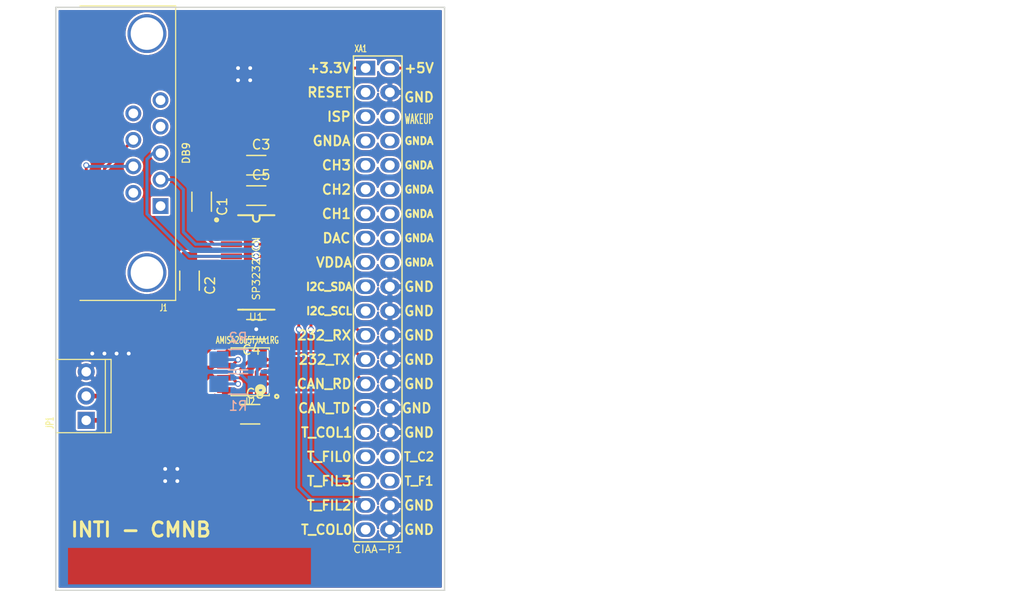
<source format=kicad_pcb>
(kicad_pcb (version 4) (host pcbnew 4.0.0-rc1-stable)
  (layers (0 Top mixed) (31 Bottom mixed) (34 B.Paste user) (35 F.Paste user) (36 B.SilkS user) (37 F.SilkS user) (38 B.Mask user) (39 F.Mask user) (44 Edge.Cuts user))
  (net 0 "")
  (net 1 "Net-(C1-Pad1)")
  (net 2 "Net-(C1-Pad2)")
  (net 3 "Net-(C2-Pad1)")
  (net 4 "Net-(C2-Pad2)")
  (net 5 GND)
  (net 6 "Net-(C3-Pad2)")
  (net 7 "Net-(C4-Pad2)")
  (net 8 +3.3V)
  (net 9 "Net-(J1-Pad1)")
  (net 10 "Net-(J1-Pad2)")
  (net 11 "Net-(J1-Pad3)")
  (net 12 "Net-(J1-Pad4)")
  (net 13 "Net-(J1-Pad5)")
  (net 14 "Net-(J1-Pad6)")
  (net 15 "Net-(J1-Pad7)")
  (net 16 "Net-(J1-Pad8)")
  (net 17 "Net-(J1-Pad9)")
  (net 18 "Net-(R1-Pad2)")
  (net 19 /Conector/RTS)
  (net 20 /Conector/CTS)
  (net 21 /Conector/RXD)
  (net 22 /Conector/TXD)
  (net 23 /Conector/CAN_TX)
  (net 24 /Conector/CAN_RX)
  (net 25 +5V)
  (net 26 "Net-(XA1-Pad11)")
  (net 27 "Net-(XA1-Pad13)")
  (net 28 "Net-(XA1-Pad6)")
  (net 29 "Net-(XA1-Pad15)")
  (net 30 "Net-(XA1-Pad8)")
  (net 31 "Net-(XA1-Pad17)")
  (net 32 "Net-(XA1-Pad10)")
  (net 33 "Net-(XA1-Pad19)")
  (net 34 "Net-(XA1-Pad12)")
  (net 35 "Net-(XA1-Pad21)")
  (net 36 "Net-(XA1-Pad14)")
  (net 37 "Net-(XA1-Pad16)")
  (net 38 "Net-(XA1-Pad18)")
  (net 39 "Net-(XA1-Pad31)")
  (net 40 "Net-(XA1-Pad33)")
  (net 41 "Net-(XA1-Pad34)")
  (net 42 "Net-(XA1-Pad36)")
  (net 43 "Net-(XA1-Pad3)")
  (net 44 "Net-(XA1-Pad5)")
  (net 45 "Net-(XA1-Pad7)")
  (net 46 "Net-(XA1-Pad9)")
  (net 47 "Net-(XA1-Pad39)")
  (net 48 /Conector/CAN_P)
  (net 49 /Conector/CAN_N)
  (module ej2:SP3232ECN-SOIC16N (layer Top) (at 199.39 105.41 270)
    (fp_text reference U1 (at 5.715 0 360) (layer F.SilkS) (effects (font (size 0.762 0.762) (thickness 0.1143))))
    (fp_text value SP3232ECN (at 0.635 0 270) (layer F.SilkS) (effects (font (size 0.762 0.762) (thickness 0.1143))))
    (fp_line (start -4.6 0.35) (end -4.9 0.35) (layer F.SilkS) (width 0.2032))
    (fp_line (start -4.6 -0.35) (end -4.9 -0.35) (layer F.SilkS) (width 0.2032))
    (fp_arc (start -4.6 0) (end -4.6 -0.35) (angle 180) (layer F.SilkS) (width 0.2032))
    (fp_circle (center -4.45 4.15) (end -4.35 4.05) (layer F.SilkS) (width 0.254))
    (fp_line (start -4.93776 1.89992) (end -4.93776 0.35) (layer F.SilkS) (width 0.2032))
    (fp_line (start -4.93776 -0.35) (end -4.93776 -1.89992) (layer F.SilkS) (width 0.2032))
    (fp_line (start 4.93776 -1.89992) (end 4.93776 1.39954) (layer F.SilkS) (width 0.2032))
    (fp_line (start 4.93776 1.39954) (end 4.93776 1.89992) (layer F.SilkS) (width 0.2032))
    (pad 1 smd rect (at -4.445 2.59842 270) (size 0.59944 2.19964) (layers Top F.Paste F.Mask) (net 1 "Net-(C1-Pad1)"))
    (pad 2 smd rect (at -3.175 2.59842 270) (size 0.59944 2.19964) (layers Top F.Paste F.Mask) (net 6 "Net-(C3-Pad2)"))
    (pad 3 smd rect (at -1.905 2.59842 270) (size 0.59944 2.19964) (layers Top F.Paste F.Mask) (net 2 "Net-(C1-Pad2)"))
    (pad 4 smd rect (at -0.635 2.59842 270) (size 0.59944 2.19964) (layers Top F.Paste F.Mask) (net 3 "Net-(C2-Pad1)"))
    (pad 5 smd rect (at 0.635 2.59842 270) (size 0.59944 2.19964) (layers Top F.Paste F.Mask) (net 4 "Net-(C2-Pad2)"))
    (pad 6 smd rect (at 1.905 2.59842 270) (size 0.59944 2.19964) (layers Top F.Paste F.Mask) (net 7 "Net-(C4-Pad2)"))
    (pad 7 smd rect (at 3.175 2.59842 270) (size 0.59944 2.19964) (layers Top F.Paste F.Mask) (net 16 "Net-(J1-Pad8)"))
    (pad 8 smd rect (at 4.445 2.59842 270) (size 0.59944 2.19964) (layers Top F.Paste F.Mask) (net 15 "Net-(J1-Pad7)"))
    (pad 9 smd rect (at 4.445 -2.59842 270) (size 0.59944 2.19964) (layers Top F.Paste F.Mask) (net 19 /Conector/RTS))
    (pad 10 smd rect (at 3.175 -2.59842 270) (size 0.59944 2.19964) (layers Top F.Paste F.Mask) (net 20 /Conector/CTS))
    (pad 11 smd rect (at 1.905 -2.59842 270) (size 0.59944 2.19964) (layers Top F.Paste F.Mask) (net 21 /Conector/RXD))
    (pad 12 smd rect (at 0.635 -2.59842 270) (size 0.59944 2.19964) (layers Top F.Paste F.Mask) (net 22 /Conector/TXD))
    (pad 13 smd rect (at -0.635 -2.59842 270) (size 0.59944 2.19964) (layers Top F.Paste F.Mask) (net 11 "Net-(J1-Pad3)"))
    (pad 14 smd rect (at -1.905 -2.59842 270) (size 0.59944 2.19964) (layers Top F.Paste F.Mask) (net 10 "Net-(J1-Pad2)"))
    (pad 15 smd rect (at -3.175 -2.59842 270) (size 0.59944 2.19964) (layers Top F.Paste F.Mask) (net 5 GND))
    (pad 16 smd rect (at -4.445 -2.59842 270) (size 0.59944 2.19964) (layers Top F.Paste F.Mask) (net 8 +3.3V))
  )
  (module ej2:DB9_F_TH (layer Top) (at 187.96 93.98 90)
    (fp_text reference J1 (at -16.165 1.735 180) (layer F.SilkS) (effects (font (size 0.7112 0.4572) (thickness 0.1143))))
    (fp_text value DB9 (at 0 4.1 90) (layer F.SilkS) (effects (font (size 0.762 0.762) (thickness 0.127))))
    (fp_line (start 15.4 3) (end 15.4 -7) (layer F.SilkS) (width 0.127))
    (fp_line (start -15.4 3) (end -15.4 -7) (layer F.SilkS) (width 0.127))
    (fp_line (start 15.4 3) (end -15.4 3) (layer F.SilkS) (width 0.127))
    (pad 1 thru_hole rect (at -5.5372 1.4224 90) (size 1.651 1.651) (drill 1.016) (layers *.Cu *.Mask) (net 9 "Net-(J1-Pad1)"))
    (pad 2 thru_hole circle (at -2.7686 1.4224 90) (size 1.651 1.651) (drill 1.016) (layers *.Cu *.Mask) (net 10 "Net-(J1-Pad2)"))
    (pad 3 thru_hole circle (at 0 1.4224 90) (size 1.651 1.651) (drill 1.016) (layers *.Cu *.Mask) (net 11 "Net-(J1-Pad3)"))
    (pad 4 thru_hole circle (at 2.7686 1.4224 90) (size 1.651 1.651) (drill 1.016) (layers *.Cu *.Mask) (net 12 "Net-(J1-Pad4)"))
    (pad 5 thru_hole circle (at 5.5372 1.4224 90) (size 1.651 1.651) (drill 1.016) (layers *.Cu *.Mask) (net 13 "Net-(J1-Pad5)"))
    (pad 6 thru_hole circle (at -4.1529 -1.4224 90) (size 1.651 1.651) (drill 1.016) (layers *.Cu *.Mask) (net 14 "Net-(J1-Pad6)"))
    (pad 7 thru_hole circle (at -1.3843 -1.4224 90) (size 1.651 1.651) (drill 1.016) (layers *.Cu *.Mask) (net 15 "Net-(J1-Pad7)"))
    (pad 8 thru_hole circle (at 1.3843 -1.4224 90) (size 1.651 1.651) (drill 1.016) (layers *.Cu *.Mask) (net 16 "Net-(J1-Pad8)"))
    (pad 9 thru_hole circle (at 4.1529 -1.4224 90) (size 1.651 1.651) (drill 1.016) (layers *.Cu *.Mask) (net 17 "Net-(J1-Pad9)"))
    (pad 10 thru_hole circle (at -12.4968 0 90) (size 4.064 4.064) (drill 3.4) (layers *.Cu *.Mask))
    (pad 11 thru_hole circle (at 12.4968 0 90) (size 4.064 4.064) (drill 3.4) (layers *.Cu *.Mask))
  )
  (module ej2:CON_PALETA_3 (layer Top) (at 181.61 119.38 90)
    (fp_text reference JP1 (at -2.8 -3.8 90) (layer F.SilkS) (effects (font (size 0.762 0.4572) (thickness 0.127))))
    (fp_text value CAN)
    (fp_line (start 3.83 -3.2) (end 3.83 2.6) (layer F.SilkS) (width 0.127))
    (fp_line (start -3.83 -3.2) (end 3.83 -3.2) (layer F.SilkS) (width 0.127))
    (fp_line (start -3.83 2.6) (end -3.83 -3.2) (layer F.SilkS) (width 0.127))
    (fp_line (start 3.83 2.6) (end -3.83 2.6) (layer F.SilkS) (width 0.127))
    (fp_line (start 3.83 2) (end -3.83 2) (layer F.SilkS) (width 0.127))
    (pad 1 thru_hole rect (at -2.54 0 90) (size 1.778 1.778) (drill 1) (layers *.Cu *.Mask) (net 48 /Conector/CAN_P))
    (pad 2 thru_hole circle (at 0 0 90) (size 1.778 1.778) (drill 1) (layers *.Cu *.Mask) (net 49 /Conector/CAN_N))
    (pad 3 thru_hole circle (at 2.54 0 90) (size 1.778 1.778) (drill 1) (layers *.Cu *.Mask) (net 5 GND))
  )
  (module ej2:R_1206_HandSoldering (layer Bottom) (at 197.485 118.11)
    (fp_text reference R1 (at 0 2.3) (layer B.SilkS) (effects (justify mirror)))
    (fp_text value 60)
    (fp_line (start 1 -1.075) (end -1 -1.075) (layer B.SilkS) (width 0.15))
    (fp_line (start -1 1.075) (end 1 1.075) (layer B.SilkS) (width 0.15))
    (pad 1 smd rect (at -2 0) (size 2 1.7) (layers Bottom B.Paste B.Mask) (net 48 /Conector/CAN_P))
    (pad 2 smd rect (at 2 0) (size 2 1.7) (layers Bottom B.Paste B.Mask) (net 18 "Net-(R1-Pad2)"))
  )
  (module ej2:R_1206_HandSoldering (layer Bottom) (at 197.485 115.57 180)
    (fp_text reference R2 (at 0 2.3 180) (layer B.SilkS) (effects (justify mirror)))
    (fp_text value 60)
    (fp_line (start 1 -1.075) (end -1 -1.075) (layer B.SilkS) (width 0.15))
    (fp_line (start -1 1.075) (end 1 1.075) (layer B.SilkS) (width 0.15))
    (pad 1 smd rect (at -2 0 180) (size 2 1.7) (layers Bottom B.Paste B.Mask) (net 18 "Net-(R1-Pad2)"))
    (pad 2 smd rect (at 2 0 180) (size 2 1.7) (layers Bottom B.Paste B.Mask) (net 49 /Conector/CAN_N))
  )
  (module ej2:SOIC-8 (layer Top) (at 198.755 116.84 180)
    (fp_text reference U2 (at 0 -3.1 180) (layer F.SilkS) (effects (font (size 0.7112 0.4572) (thickness 0.1143))))
    (fp_text value AMIS42665TJAA1RG (at 0.3 3.3 180) (layer F.SilkS) (effects (font (size 0.7112 0.4572) (thickness 0.1143))))
    (fp_line (start -2 -2.5) (end -2 -2.3) (layer F.SilkS) (width 0.127))
    (fp_line (start -2 2.5) (end -2 2.3) (layer F.SilkS) (width 0.127))
    (fp_line (start 2 2.5) (end 2 2.3) (layer F.SilkS) (width 0.127))
    (fp_line (start 2 -2.5) (end 2 -2.3) (layer F.SilkS) (width 0.127))
    (fp_circle (center -2.7746 -2.5764) (end -2.8 -2.5) (layer F.SilkS) (width 0.2032))
    (fp_line (start 2 -2.5) (end -2 -2.5) (layer F.SilkS) (width 0.127))
    (fp_line (start -2 2.5) (end 2 2.5) (layer F.SilkS) (width 0.127))
    (fp_circle (center -1.0746 -1.8764) (end -1.1 -1.7) (layer F.SilkS) (width 0.4))
    (pad 1 smd rect (at -2.7 -1.905 90) (size 0.6 1.52) (layers Top F.Paste F.Mask) (net 23 /Conector/CAN_TX))
    (pad 2 smd rect (at -2.7 -0.635 90) (size 0.6 1.52) (layers Top F.Paste F.Mask) (net 5 GND))
    (pad 3 smd rect (at -2.7 0.635 90) (size 0.6 1.52) (layers Top F.Paste F.Mask) (net 25 +5V))
    (pad 4 smd rect (at -2.7 1.905 90) (size 0.6 1.52) (layers Top F.Paste F.Mask) (net 24 /Conector/CAN_RX))
    (pad 5 smd rect (at 2.7 1.905 90) (size 0.6 1.52) (layers Top F.Paste F.Mask) (net 18 "Net-(R1-Pad2)"))
    (pad 6 smd rect (at 2.7 0.635 90) (size 0.6 1.52) (layers Top F.Paste F.Mask) (net 49 /Conector/CAN_N))
    (pad 7 smd rect (at 2.7 -0.635 90) (size 0.6 1.52) (layers Top F.Paste F.Mask) (net 48 /Conector/CAN_P))
    (pad 8 smd rect (at 2.7 -1.905 90) (size 0.6 1.52) (layers Top F.Paste F.Mask) (net 5 GND))
  )
  (module ej2:Conn_Poncho_Derecha (layer Top) (at 210.82 85.09)
    (fp_text reference XA1 (at -0.508 -2.032) (layer F.SilkS) (effects (font (size 0.7112 0.4572) (thickness 0.1143))))
    (fp_text value Conn_Poncho2P_2x_20x2 hide)
    (fp_text user GND (at 5.588 48.26) (layer F.SilkS) (effects (font (thickness 0.2))))
    (fp_text user GND (at 5.588 45.72) (layer F.SilkS) (effects (font (thickness 0.2))))
    (fp_text user T_F1 (at 5.588 43.18) (layer F.SilkS) (effects (font (size 0.9 0.9) (thickness 0.18))))
    (fp_text user T_C2 (at 5.588 40.64) (layer F.SilkS) (effects (font (size 0.9 0.9) (thickness 0.18))))
    (fp_text user GND (at 5.588 38.1) (layer F.SilkS) (effects (font (thickness 0.2))))
    (fp_text user GND (at 5.334 35.56) (layer F.SilkS) (effects (font (thickness 0.2))))
    (fp_text user GND (at 5.588 33.02) (layer F.SilkS) (effects (font (thickness 0.2))))
    (fp_text user GND (at 5.588 30.48) (layer F.SilkS) (effects (font (thickness 0.2))))
    (fp_text user GND (at 5.588 27.94) (layer F.SilkS) (effects (font (thickness 0.2))))
    (fp_text user GND (at 5.588 25.4) (layer F.SilkS) (effects (font (thickness 0.2))))
    (fp_text user GND (at 5.588 22.86) (layer F.SilkS) (effects (font (thickness 0.2))))
    (fp_text user GNDA (at 5.588 20.32) (layer F.SilkS) (effects (font (size 0.76 0.76) (thickness 0.19))))
    (fp_text user GNDA (at 5.588 17.78) (layer F.SilkS) (effects (font (size 0.76 0.76) (thickness 0.19))))
    (fp_text user GNDA (at 5.588 15.24) (layer F.SilkS) (effects (font (size 0.76 0.76) (thickness 0.19))))
    (fp_text user GNDA (at 5.588 12.7) (layer F.SilkS) (effects (font (size 0.76 0.76) (thickness 0.19))))
    (fp_text user GNDA (at 5.588 10.16) (layer F.SilkS) (effects (font (size 0.76 0.76) (thickness 0.19))))
    (fp_text user GNDA (at 5.588 7.62) (layer F.SilkS) (effects (font (size 0.76 0.76) (thickness 0.19))))
    (fp_text user WAKEUP (at 5.588 5.334) (layer F.SilkS) (effects (font (size 1 0.5) (thickness 0.125))))
    (fp_text user GND (at 5.588 3.048) (layer F.SilkS) (effects (font (thickness 0.2))))
    (fp_text user +5V (at 5.588 0) (layer F.SilkS) (effects (font (thickness 0.2))))
    (fp_text user T_COL0 (at -4.064 48.26) (layer F.SilkS) (effects (font (thickness 0.2))))
    (fp_text user T_FIL2 (at -3.81 45.72) (layer F.SilkS) (effects (font (thickness 0.2))))
    (fp_text user T_FIL3 (at -3.81 43.18) (layer F.SilkS) (effects (font (thickness 0.2))))
    (fp_text user T_FIL0 (at -3.81 40.64) (layer F.SilkS) (effects (font (thickness 0.2))))
    (fp_text user T_COL1 (at -4.064 38.1) (layer F.SilkS) (effects (font (thickness 0.2))))
    (fp_text user CAN_TD (at -4.318 35.56) (layer F.SilkS) (effects (font (thickness 0.2))))
    (fp_text user CAN_RD (at -4.318 33.02) (layer F.SilkS) (effects (font (thickness 0.2))))
    (fp_text user 232_TX (at -4.318 30.48) (layer F.SilkS) (effects (font (thickness 0.2))))
    (fp_text user 232_RX (at -4.318 27.94) (layer F.SilkS) (effects (font (thickness 0.2))))
    (fp_text user I2C_SCL (at -3.81 25.4) (layer F.SilkS) (effects (font (size 0.8 0.8) (thickness 0.2))))
    (fp_text user I2C_SDA (at -3.81 22.86) (layer F.SilkS) (effects (font (size 0.8 0.8) (thickness 0.2))))
    (fp_text user VDDA (at -3.302 20.32) (layer F.SilkS) (effects (font (thickness 0.2))))
    (fp_text user DAC (at -3.048 17.78) (layer F.SilkS) (effects (font (thickness 0.2))))
    (fp_text user CH1 (at -3.048 15.24) (layer F.SilkS) (effects (font (thickness 0.2))))
    (fp_text user CH2 (at -3.048 12.7) (layer F.SilkS) (effects (font (thickness 0.2))))
    (fp_text user CH3 (at -3.048 10.16) (layer F.SilkS) (effects (font (thickness 0.2))))
    (fp_text user GNDA (at -3.556 7.62) (layer F.SilkS) (effects (font (thickness 0.2))))
    (fp_text user ISP (at -2.794 5.08) (layer F.SilkS) (effects (font (thickness 0.2))))
    (fp_text user RESET (at -3.81 2.54) (layer F.SilkS) (effects (font (thickness 0.2))))
    (fp_text user CIAA-P1 (at 1.27 50.292) (layer F.SilkS) (effects (font (size 0.8 0.8) (thickness 0.12))))
    (fp_text user +3.3V (at -3.81 0) (layer F.SilkS) (effects (font (thickness 0.2))))
    (fp_line (start -1.27 49.53) (end -1.27 -1.27) (layer F.SilkS) (width 0.15))
    (fp_line (start 3.81 49.53) (end 3.81 -1.27) (layer F.SilkS) (width 0.15))
    (fp_line (start 3.81 49.53) (end -1.27 49.53) (layer F.SilkS) (width 0.15))
    (fp_line (start 3.81 -1.27) (end -1.27 -1.27) (layer F.SilkS) (width 0.15))
    (pad 1 thru_hole rect (at 0 0 270) (size 1.524 2) (drill 1.016) (layers *.Cu *.Mask) (net 8 +3.3V))
    (pad 2 thru_hole oval (at 2.54 0 270) (size 1.524 2) (drill 1.016) (layers *.Cu *.Mask) (net 25 +5V))
    (pad 11 thru_hole oval (at 0 12.7 270) (size 1.524 2) (drill 1.016) (layers *.Cu *.Mask) (net 26 "Net-(XA1-Pad11)"))
    (pad 4 thru_hole oval (at 2.54 2.54 270) (size 1.524 2) (drill 1.016) (layers *.Cu *.Mask) (net 5 GND))
    (pad 13 thru_hole oval (at 0 15.24 270) (size 1.524 2) (drill 1.016) (layers *.Cu *.Mask) (net 27 "Net-(XA1-Pad13)"))
    (pad 6 thru_hole oval (at 2.54 5.08 270) (size 1.524 2) (drill 1.016) (layers *.Cu *.Mask) (net 28 "Net-(XA1-Pad6)"))
    (pad 15 thru_hole oval (at 0 17.78 270) (size 1.524 2) (drill 1.016) (layers *.Cu *.Mask) (net 29 "Net-(XA1-Pad15)"))
    (pad 8 thru_hole oval (at 2.54 7.62 270) (size 1.524 2) (drill 1.016) (layers *.Cu *.Mask) (net 30 "Net-(XA1-Pad8)"))
    (pad 17 thru_hole oval (at 0 20.32 270) (size 1.524 2) (drill 1.016) (layers *.Cu *.Mask) (net 31 "Net-(XA1-Pad17)"))
    (pad 10 thru_hole oval (at 2.54 10.16 270) (size 1.524 2) (drill 1.016) (layers *.Cu *.Mask) (net 32 "Net-(XA1-Pad10)"))
    (pad 19 thru_hole oval (at 0 22.86 270) (size 1.524 2) (drill 1.016) (layers *.Cu *.Mask) (net 33 "Net-(XA1-Pad19)"))
    (pad 12 thru_hole oval (at 2.54 12.7 270) (size 1.524 2) (drill 1.016) (layers *.Cu *.Mask) (net 34 "Net-(XA1-Pad12)"))
    (pad 21 thru_hole oval (at 0 25.4 270) (size 1.524 2) (drill 1.016) (layers *.Cu *.Mask) (net 35 "Net-(XA1-Pad21)"))
    (pad 14 thru_hole oval (at 2.54 15.24 270) (size 1.524 2) (drill 1.016) (layers *.Cu *.Mask) (net 36 "Net-(XA1-Pad14)"))
    (pad 23 thru_hole oval (at 0 27.94 270) (size 1.524 2) (drill 1.016) (layers *.Cu *.Mask) (net 22 /Conector/TXD))
    (pad 16 thru_hole oval (at 2.54 17.78 270) (size 1.524 2) (drill 1.016) (layers *.Cu *.Mask) (net 37 "Net-(XA1-Pad16)"))
    (pad 25 thru_hole oval (at 0 30.48 270) (size 1.524 2) (drill 1.016) (layers *.Cu *.Mask) (net 21 /Conector/RXD))
    (pad 18 thru_hole oval (at 2.54 20.32 270) (size 1.524 2) (drill 1.016) (layers *.Cu *.Mask) (net 38 "Net-(XA1-Pad18)"))
    (pad 27 thru_hole oval (at 0 33.02 270) (size 1.524 2) (drill 1.016) (layers *.Cu *.Mask) (net 24 /Conector/CAN_RX))
    (pad 20 thru_hole oval (at 2.54 22.86 270) (size 1.524 2) (drill 1.016) (layers *.Cu *.Mask) (net 5 GND))
    (pad 29 thru_hole oval (at 0 35.56 270) (size 1.524 2) (drill 1.016) (layers *.Cu *.Mask) (net 23 /Conector/CAN_TX))
    (pad 22 thru_hole oval (at 2.54 25.4 270) (size 1.524 2) (drill 1.016) (layers *.Cu *.Mask) (net 5 GND))
    (pad 31 thru_hole oval (at 0 38.1 270) (size 1.524 2) (drill 1.016) (layers *.Cu *.Mask) (net 39 "Net-(XA1-Pad31)"))
    (pad 24 thru_hole oval (at 2.54 27.94 270) (size 1.524 2) (drill 1.016) (layers *.Cu *.Mask) (net 5 GND))
    (pad 26 thru_hole oval (at 2.54 30.48 270) (size 1.524 2) (drill 1.016) (layers *.Cu *.Mask) (net 5 GND))
    (pad 33 thru_hole oval (at 0 40.64 270) (size 1.524 2) (drill 1.016) (layers *.Cu *.Mask) (net 40 "Net-(XA1-Pad33)"))
    (pad 28 thru_hole oval (at 2.54 33.02 270) (size 1.524 2) (drill 1.016) (layers *.Cu *.Mask) (net 5 GND))
    (pad 32 thru_hole oval (at 2.54 38.1 270) (size 1.524 2) (drill 1.016) (layers *.Cu *.Mask) (net 5 GND))
    (pad 34 thru_hole oval (at 2.54 40.64 270) (size 1.524 2) (drill 1.016) (layers *.Cu *.Mask) (net 41 "Net-(XA1-Pad34)"))
    (pad 36 thru_hole oval (at 2.54 43.18 270) (size 1.524 2) (drill 1.016) (layers *.Cu *.Mask) (net 42 "Net-(XA1-Pad36)"))
    (pad 38 thru_hole oval (at 2.54 45.72 270) (size 1.524 2) (drill 1.016) (layers *.Cu *.Mask) (net 5 GND))
    (pad 35 thru_hole oval (at 0 43.18 270) (size 1.524 2) (drill 1.016) (layers *.Cu *.Mask) (net 20 /Conector/CTS))
    (pad 37 thru_hole oval (at 0 45.72 270) (size 1.524 2) (drill 1.016) (layers *.Cu *.Mask) (net 19 /Conector/RTS))
    (pad 3 thru_hole oval (at 0 2.54 270) (size 1.524 2) (drill 1.016) (layers *.Cu *.Mask) (net 43 "Net-(XA1-Pad3)"))
    (pad 5 thru_hole oval (at 0 5.08 270) (size 1.524 2) (drill 1.016) (layers *.Cu *.Mask) (net 44 "Net-(XA1-Pad5)"))
    (pad 7 thru_hole oval (at 0 7.62 270) (size 1.524 2) (drill 1.016) (layers *.Cu *.Mask) (net 45 "Net-(XA1-Pad7)"))
    (pad 9 thru_hole oval (at 0 10.16 270) (size 1.524 2) (drill 1.016) (layers *.Cu *.Mask) (net 46 "Net-(XA1-Pad9)"))
    (pad 39 thru_hole oval (at 0 48.26 270) (size 1.524 2) (drill 1.016) (layers *.Cu *.Mask) (net 47 "Net-(XA1-Pad39)"))
    (pad 40 thru_hole oval (at 2.54 48.26 270) (size 1.524 2) (drill 1.016) (layers *.Cu *.Mask) (net 5 GND))
    (pad 30 thru_hole oval (at 2.54 35.56 270) (size 1.524 2) (drill 1.016) (layers *.Cu *.Mask) (net 5 GND))
  )
  (module ej2:C_1206_Handsoldering (layer Top) (at 193.675 99.06 270)
    (fp_text reference C1 (at 0.508 -2.159 270) (layer F.SilkS))
    (fp_text value 100nF)
    (fp_line (start -1 1.015) (end 1 1.015) (layer F.SilkS) (width 0.15))
    (fp_line (start 1 -1.025) (end -1 -1.025) (layer F.SilkS) (width 0.15))
    (pad 1 smd rect (at -2 0 270) (size 2 1.6) (layers Top F.Paste F.Mask) (net 1 "Net-(C1-Pad1)"))
    (pad 2 smd rect (at 2 0 270) (size 2 1.6) (layers Top F.Paste F.Mask) (net 2 "Net-(C1-Pad2)"))
  )
  (module ej2:C_1206_Handsoldering (layer Top) (at 192.405 107.315 270)
    (fp_text reference C2 (at 0.508 -2.159 270) (layer F.SilkS))
    (fp_text value 100nF)
    (fp_line (start -1 1.015) (end 1 1.015) (layer F.SilkS) (width 0.15))
    (fp_line (start 1 -1.025) (end -1 -1.025) (layer F.SilkS) (width 0.15))
    (pad 1 smd rect (at -2 0 270) (size 2 1.6) (layers Top F.Paste F.Mask) (net 3 "Net-(C2-Pad1)"))
    (pad 2 smd rect (at 2 0 270) (size 2 1.6) (layers Top F.Paste F.Mask) (net 4 "Net-(C2-Pad2)"))
  )
  (module ej2:C_1206_Handsoldering (layer Top) (at 199.39 95.25)
    (fp_text reference C3 (at 0.508 -2.159) (layer F.SilkS))
    (fp_text value 100nF)
    (fp_line (start -1 1.015) (end 1 1.015) (layer F.SilkS) (width 0.15))
    (fp_line (start 1 -1.025) (end -1 -1.025) (layer F.SilkS) (width 0.15))
    (pad 1 smd rect (at -2 0) (size 2 1.6) (layers Top F.Paste F.Mask) (net 5 GND))
    (pad 2 smd rect (at 2 0) (size 2 1.6) (layers Top F.Paste F.Mask) (net 6 "Net-(C3-Pad2)"))
  )
  (module ej2:C_1206_Handsoldering (layer Top) (at 199.39 112.395 180)
    (fp_text reference C4 (at 0.508 -2.159 180) (layer F.SilkS))
    (fp_text value 100nF)
    (fp_line (start -1 1.015) (end 1 1.015) (layer F.SilkS) (width 0.15))
    (fp_line (start 1 -1.025) (end -1 -1.025) (layer F.SilkS) (width 0.15))
    (pad 1 smd rect (at -2 0 180) (size 2 1.6) (layers Top F.Paste F.Mask) (net 5 GND))
    (pad 2 smd rect (at 2 0 180) (size 2 1.6) (layers Top F.Paste F.Mask) (net 7 "Net-(C4-Pad2)"))
  )
  (module ej2:C_1206_Handsoldering (layer Top) (at 199.39 98.425)
    (fp_text reference C5 (at 0.508 -2.159) (layer F.SilkS))
    (fp_text value 100nF)
    (fp_line (start -1 1.015) (end 1 1.015) (layer F.SilkS) (width 0.15))
    (fp_line (start 1 -1.025) (end -1 -1.025) (layer F.SilkS) (width 0.15))
    (pad 1 smd rect (at -2 0) (size 2 1.6) (layers Top F.Paste F.Mask) (net 5 GND))
    (pad 2 smd rect (at 2 0) (size 2 1.6) (layers Top F.Paste F.Mask) (net 8 +3.3V))
  )
  (module ej2:C_1206_Handsoldering (layer Top) (at 198.755 121.285)
    (fp_text reference C6 (at 0.508 -2.159) (layer F.SilkS))
    (fp_text value "100 nF")
    (fp_line (start -1 1.015) (end 1 1.015) (layer F.SilkS) (width 0.15))
    (fp_line (start 1 -1.025) (end -1 -1.025) (layer F.SilkS) (width 0.15))
    (pad 1 smd rect (at -2 0) (size 2 1.6) (layers Top F.Paste F.Mask) (net 5 GND))
    (pad 2 smd rect (at 2 0) (size 2 1.6) (layers Top F.Paste F.Mask) (net 25 +5V))
  )
  (gr_text "INTI - CMNB" (at 187.325 133.35) (layer F.SilkS) (effects (font (size 1.5 1.5) (thickness 0.3))))
  (gr_line (start 219.075 139.7) (end 219.075 78.74) (angle 90) (layer Edge.Cuts) (width 0.15))
  (gr_line (start 178.435 139.7) (end 219.075 139.7) (angle 90) (layer Edge.Cuts) (width 0.15))
  (gr_line (start 178.435 78.74) (end 178.435 139.7) (angle 90) (layer Edge.Cuts) (width 0.15))
  (gr_line (start 219.075 78.74) (end 178.435 78.74) (angle 90) (layer Edge.Cuts) (width 0.15))
  (segment (start 196.79158 100.965) (end 196.79158 100.90658) (width 0.3048) (layer Top) (net 1))
  (segment (start 196.79158 100.90658) (end 193.675 97.79) (width 0.3048) (layer Top) (net 1))
  (segment (start 193.675 97.79) (end 193.675 97.06) (width 0.3048) (layer Top) (net 1))
  (segment (start 196.79158 103.505) (end 194.945 103.505) (width 0.3048) (layer Top) (net 2))
  (segment (start 193.675 102.235) (end 193.675 101.06) (width 0.3048) (layer Top) (net 2))
  (segment (start 194.945 103.505) (end 193.675 102.235) (width 0.3048) (layer Top) (net 2))
  (segment (start 196.79158 104.775) (end 192.945 104.775) (width 0.3048) (layer Top) (net 3))
  (segment (start 192.945 104.775) (end 192.405 105.315) (width 0.3048) (layer Top) (net 3))
  (segment (start 196.79158 106.045) (end 194.945 106.045) (width 0.3048) (layer Top) (net 4))
  (segment (start 194.945 106.045) (end 192.405 108.585) (width 0.3048) (layer Top) (net 4))
  (segment (start 192.405 108.585) (end 192.405 109.315) (width 0.3048) (layer Top) (net 4))
  (segment (start 199.39 112.395) (end 196.215 112.395) (width 0.3048) (layer Bottom) (net 5))
  (via (at 199.39 112.395) (size 0.6) (drill 0.4) (layers Top Bottom) (net 5))
  (segment (start 201.39 112.395) (end 199.39 112.395) (width 0.3048) (layer Top) (net 5))
  (via (at 182.245 114.935) (size 0.6) (drill 0.4) (layers Top Bottom) (net 5))
  (segment (start 183.515 114.935) (end 182.245 114.935) (width 0.3048) (layer Top) (net 5))
  (via (at 183.515 114.935) (size 0.6) (drill 0.4) (layers Top Bottom) (net 5))
  (segment (start 184.785 114.935) (end 183.515 114.935) (width 0.3048) (layer Bottom) (net 5))
  (via (at 184.785 114.935) (size 0.6) (drill 0.4) (layers Top Bottom) (net 5))
  (segment (start 186.055 114.935) (end 184.785 114.935) (width 0.3048) (layer Top) (net 5))
  (via (at 186.055 114.935) (size 0.6) (drill 0.4) (layers Top Bottom) (net 5))
  (segment (start 193.675 114.935) (end 186.055 114.935) (width 0.3048) (layer Bottom) (net 5))
  (segment (start 196.215 112.395) (end 193.675 114.935) (width 0.3048) (layer Bottom) (net 5))
  (segment (start 196.755 121.285) (end 196.755 121.38) (width 0.3048) (layer Top) (net 5))
  (segment (start 196.755 121.38) (end 191.135 127) (width 0.3048) (layer Top) (net 5))
  (via (at 191.135 127) (size 0.6) (drill 0.4) (layers Top Bottom) (net 5))
  (segment (start 191.135 127) (end 189.865 127) (width 0.3048) (layer Bottom) (net 5))
  (segment (start 189.865 127) (end 191.135 127) (width 0.3048) (layer Bottom) (net 5))
  (segment (start 191.135 127) (end 189.865 127) (width 0.3048) (layer Bottom) (net 5))
  (via (at 189.865 127) (size 0.6) (drill 0.4) (layers Top Bottom) (net 5))
  (segment (start 189.865 127) (end 189.865 128.27) (width 0.3048) (layer Top) (net 5))
  (via (at 189.865 128.27) (size 0.6) (drill 0.4) (layers Top Bottom) (net 5))
  (segment (start 189.865 128.27) (end 191.135 128.27) (width 0.3048) (layer Bottom) (net 5))
  (via (at 191.135 128.27) (size 0.6) (drill 0.4) (layers Top Bottom) (net 5))
  (segment (start 197.485 85.09) (end 198.755 85.09) (width 0.3048) (layer Top) (net 5))
  (segment (start 198.755 86.36) (end 198.755 85.09) (width 0.3048) (layer Top) (net 5))
  (via (at 198.755 85.09) (size 0.6) (drill 0.4) (layers Top Bottom) (net 5))
  (segment (start 197.39 86.455) (end 197.39 95.25) (width 0.3048) (layer Top) (net 5))
  (segment (start 197.485 86.36) (end 198.755 86.36) (width 0.3048) (layer Bottom) (net 5))
  (via (at 197.485 86.36) (size 0.6) (drill 0.4) (layers Top Bottom) (net 5))
  (segment (start 197.39 86.455) (end 197.485 86.36) (width 0.3048) (layer Top) (net 5))
  (via (at 198.755 86.36) (size 0.6) (drill 0.4) (layers Top Bottom) (net 5))
  (via (at 197.485 85.09) (size 0.6) (drill 0.4) (layers Top Bottom) (net 5))
  (segment (start 195.58 96.52) (end 195.58 95.25) (width 0.3048) (layer Top) (net 5))
  (segment (start 195.58 95.25) (end 197.39 95.25) (width 0.3048) (layer Top) (net 5))
  (segment (start 195.58 96.52) (end 195.58 97.79) (width 0.3048) (layer Top) (net 5))
  (segment (start 196.215 98.425) (end 197.39 98.425) (width 0.3048) (layer Top) (net 5))
  (segment (start 195.58 97.79) (end 196.215 98.425) (width 0.3048) (layer Top) (net 5))
  (segment (start 196.755 121.285) (end 196.755 119.445) (width 0.3048) (layer Top) (net 5))
  (segment (start 196.755 119.445) (end 196.055 118.745) (width 0.3048) (layer Top) (net 5))
  (segment (start 196.79158 102.235) (end 198.755 102.235) (width 0.3048) (layer Top) (net 6))
  (segment (start 199.39 96.52) (end 200.66 95.25) (width 0.3048) (layer Top) (net 6))
  (segment (start 199.39 101.6) (end 199.39 96.52) (width 0.3048) (layer Top) (net 6))
  (segment (start 198.755 102.235) (end 199.39 101.6) (width 0.3048) (layer Top) (net 6))
  (segment (start 200.66 95.25) (end 201.39 95.25) (width 0.3048) (layer Top) (net 6))
  (segment (start 196.79158 107.315) (end 198.12 107.315) (width 0.3048) (layer Top) (net 7))
  (segment (start 198.755 111.03) (end 197.39 112.395) (width 0.3048) (layer Top) (net 7))
  (segment (start 198.755 107.95) (end 198.755 111.03) (width 0.3048) (layer Top) (net 7))
  (segment (start 198.12 107.315) (end 198.755 107.95) (width 0.3048) (layer Top) (net 7))
  (segment (start 201.98842 100.965) (end 203.835 100.965) (width 0.3048) (layer Top) (net 8))
  (segment (start 203.835 100.965) (end 203.835 98.425) (width 0.3048) (layer Top) (net 8))
  (segment (start 210.82 85.09) (end 207.645 85.09) (width 0.3048) (layer Top) (net 8))
  (segment (start 203.835 98.425) (end 201.39 98.425) (width 0.3048) (layer Top) (net 8))
  (segment (start 206.375 95.885) (end 203.835 98.425) (width 0.3048) (layer Top) (net 8))
  (segment (start 206.375 86.36) (end 206.375 95.885) (width 0.3048) (layer Top) (net 8))
  (segment (start 207.645 85.09) (end 206.375 86.36) (width 0.3048) (layer Top) (net 8))
  (segment (start 189.3824 96.7486) (end 190.7286 96.7486) (width 0.3048) (layer Bottom) (net 10))
  (segment (start 199.39 103.505) (end 201.98842 103.505) (width 0.3048) (layer Top) (net 10))
  (via (at 199.39 103.505) (size 0.6) (drill 0.4) (layers Top Bottom) (net 10))
  (segment (start 193.04 103.505) (end 199.39 103.505) (width 0.3048) (layer Bottom) (net 10))
  (segment (start 191.77 102.235) (end 193.04 103.505) (width 0.3048) (layer Bottom) (net 10))
  (segment (start 191.77 97.79) (end 191.77 102.235) (width 0.3048) (layer Bottom) (net 10))
  (segment (start 190.7286 96.7486) (end 191.77 97.79) (width 0.3048) (layer Bottom) (net 10))
  (segment (start 189.3824 93.98) (end 188.595 93.98) (width 0.3048) (layer Bottom) (net 11))
  (segment (start 188.595 93.98) (end 187.96 94.615) (width 0.3048) (layer Bottom) (net 11))
  (segment (start 187.96 94.615) (end 187.96 100.33) (width 0.3048) (layer Bottom) (net 11))
  (segment (start 187.96 100.33) (end 192.405 104.775) (width 0.3048) (layer Bottom) (net 11))
  (segment (start 192.405 104.775) (end 199.39 104.775) (width 0.3048) (layer Bottom) (net 11))
  (via (at 199.39 104.775) (size 0.6) (drill 0.4) (layers Top Bottom) (net 11))
  (segment (start 199.39 104.775) (end 201.98842 104.775) (width 0.3048) (layer Top) (net 11))
  (segment (start 181.61 106.68) (end 181.61 95.25) (width 0.3048) (layer Top) (net 15))
  (segment (start 187.325 112.395) (end 181.61 106.68) (width 0.3048) (layer Top) (net 15))
  (segment (start 193.45148 112.395) (end 187.325 112.395) (width 0.3048) (layer Top) (net 15))
  (segment (start 196.79158 109.855) (end 195.99148 109.855) (width 0.3048) (layer Top) (net 15))
  (segment (start 195.99148 109.855) (end 193.45148 112.395) (width 0.3048) (layer Top) (net 15))
  (segment (start 196.79158 109.855) (end 196.215 109.855) (width 0.3048) (layer Top) (net 15))
  (via (at 181.61 95.25) (size 0.6) (drill 0.4) (layers Top Bottom) (net 15))
  (segment (start 181.61 95.25) (end 181.7243 95.3643) (width 0.3048) (layer Bottom) (net 15))
  (segment (start 181.7243 95.3643) (end 186.5376 95.3643) (width 0.3048) (layer Bottom) (net 15))
  (segment (start 185.712101 93.421199) (end 186.5376 92.5957) (width 0.3048) (layer Top) (net 16))
  (segment (start 183.515 95.6183) (end 185.712101 93.421199) (width 0.3048) (layer Top) (net 16))
  (segment (start 183.515 107.87109) (end 183.515 95.6183) (width 0.3048) (layer Top) (net 16))
  (segment (start 187.534099 111.890189) (end 183.515 107.87109) (width 0.3048) (layer Top) (net 16))
  (segment (start 192.686291 111.890189) (end 187.534099 111.890189) (width 0.3048) (layer Top) (net 16))
  (segment (start 195.99148 108.585) (end 192.686291 111.890189) (width 0.3048) (layer Top) (net 16))
  (segment (start 196.79158 108.585) (end 195.99148 108.585) (width 0.3048) (layer Top) (net 16))
  (segment (start 199.485 115.57) (end 199.485 118.11) (width 0.3048) (layer Bottom) (net 18))
  (segment (start 199.485 118.11) (end 198.755 118.11) (width 0.3048) (layer Bottom) (net 18))
  (segment (start 198.755 118.11) (end 197.485 116.84) (width 0.3048) (layer Bottom) (net 18))
  (via (at 197.485 116.84) (size 0.6) (drill 0.4) (layers Top Bottom) (net 18))
  (segment (start 197.485 116.84) (end 198.755 115.57) (width 0.3048) (layer Top) (net 18))
  (segment (start 198.755 115.57) (end 198.755 114.3) (width 0.3048) (layer Top) (net 18))
  (segment (start 198.755 114.3) (end 198.12 113.665) (width 0.3048) (layer Top) (net 18))
  (segment (start 198.12 113.665) (end 197.325 113.665) (width 0.3048) (layer Top) (net 18))
  (segment (start 197.325 113.665) (end 196.055 114.935) (width 0.3048) (layer Top) (net 18))
  (segment (start 201.98842 109.855) (end 203.2 109.855) (width 0.3048) (layer Top) (net 19))
  (segment (start 205.105 130.175) (end 210.185 130.175) (width 0.3048) (layer Bottom) (net 19))
  (segment (start 203.835 128.905) (end 205.105 130.175) (width 0.3048) (layer Bottom) (net 19))
  (segment (start 203.835 112.395) (end 203.835 128.905) (width 0.3048) (layer Bottom) (net 19))
  (via (at 203.835 112.395) (size 0.6) (drill 0.4) (layers Top Bottom) (net 19))
  (segment (start 203.835 110.49) (end 203.835 112.395) (width 0.3048) (layer Top) (net 19))
  (segment (start 203.2 109.855) (end 203.835 110.49) (width 0.3048) (layer Top) (net 19))
  (segment (start 210.185 130.175) (end 210.82 130.81) (width 0.3048) (layer Bottom) (net 19))
  (segment (start 205.105 110.90148) (end 205.105 111.970736) (width 0.3048) (layer Top) (net 20))
  (segment (start 205.105 111.970736) (end 205.105 112.395) (width 0.3048) (layer Top) (net 20))
  (segment (start 201.98842 108.585) (end 202.78852 108.585) (width 0.3048) (layer Top) (net 20))
  (segment (start 202.78852 108.585) (end 205.105 110.90148) (width 0.3048) (layer Top) (net 20))
  (segment (start 205.105 112.395) (end 205.105 125.73) (width 0.3048) (layer Bottom) (net 20))
  (via (at 205.105 112.395) (size 0.6) (drill 0.4) (layers Top Bottom) (net 20))
  (segment (start 207.645 128.27) (end 210.82 128.27) (width 0.3048) (layer Bottom) (net 20))
  (segment (start 205.105 125.73) (end 207.645 128.27) (width 0.3048) (layer Bottom) (net 20))
  (segment (start 202.78852 107.315) (end 209.5152 114.04168) (width 0.3048) (layer Top) (net 21))
  (segment (start 201.98842 107.315) (end 202.78852 107.315) (width 0.3048) (layer Top) (net 21))
  (segment (start 209.5152 114.04168) (end 209.5152 114.5032) (width 0.3048) (layer Top) (net 21))
  (segment (start 209.5152 114.5032) (end 210.582 115.57) (width 0.3048) (layer Top) (net 21))
  (segment (start 210.582 115.57) (end 210.82 115.57) (width 0.3048) (layer Top) (net 21))
  (segment (start 210.82 115.57) (end 210.185 115.57) (width 0.3048) (layer Top) (net 21))
  (segment (start 203.597 106.045) (end 203.39304 106.045) (width 0.3048) (layer Top) (net 22))
  (segment (start 210.82 113.03) (end 210.582 113.03) (width 0.3048) (layer Top) (net 22))
  (segment (start 210.582 113.03) (end 203.597 106.045) (width 0.3048) (layer Top) (net 22))
  (segment (start 203.39304 106.045) (end 201.98842 106.045) (width 0.3048) (layer Top) (net 22))
  (segment (start 201.455 118.745) (end 207.01 118.745) (width 0.3048) (layer Top) (net 23))
  (segment (start 208.915 120.65) (end 210.82 120.65) (width 0.3048) (layer Top) (net 23))
  (segment (start 208.28 120.015) (end 208.915 120.65) (width 0.3048) (layer Top) (net 23))
  (segment (start 207.01 118.745) (end 208.28 120.015) (width 0.3048) (layer Top) (net 23))
  (segment (start 201.455 114.935) (end 206.375 114.935) (width 0.3048) (layer Top) (net 24))
  (segment (start 209.55 116.84) (end 210.82 118.11) (width 0.3048) (layer Top) (net 24))
  (segment (start 208.28 116.84) (end 209.55 116.84) (width 0.3048) (layer Top) (net 24))
  (segment (start 206.375 114.935) (end 208.28 116.84) (width 0.3048) (layer Top) (net 24))
  (segment (start 200.755 121.285) (end 200.755 130.27) (width 0.3048) (layer Top) (net 25))
  (segment (start 214.63 85.09) (end 213.36 85.09) (width 0.3048) (layer Top) (net 25))
  (segment (start 215.265 85.725) (end 214.63 85.09) (width 0.3048) (layer Top) (net 25))
  (segment (start 215.265 135.255) (end 215.265 85.725) (width 0.3048) (layer Top) (net 25))
  (segment (start 214.63 135.89) (end 215.265 135.255) (width 0.3048) (layer Top) (net 25))
  (segment (start 206.375 135.89) (end 214.63 135.89) (width 0.3048) (layer Top) (net 25))
  (segment (start 200.755 130.27) (end 206.375 135.89) (width 0.3048) (layer Top) (net 25))
  (segment (start 200.755 121.285) (end 200.755 120.745) (width 0.3048) (layer Top) (net 25))
  (segment (start 200.755 120.745) (end 199.39 119.38) (width 0.3048) (layer Top) (net 25))
  (segment (start 199.39 119.38) (end 199.39 116.84) (width 0.3048) (layer Top) (net 25))
  (segment (start 199.39 116.84) (end 200.025 116.205) (width 0.3048) (layer Top) (net 25))
  (segment (start 200.025 116.205) (end 201.455 116.205) (width 0.3048) (layer Top) (net 25))
  (segment (start 186.758349 123.816875) (end 186.492078 123.786874) (width 0.4826) (layer Top) (net 48))
  (segment (start 186.905118 123.816875) (end 186.758349 123.816875) (width 0.4826) (layer Top) (net 48))
  (segment (start 189.327992 120.593161) (end 189.185431 120.366276) (width 0.4826) (layer Top) (net 48))
  (segment (start 196.055 117.475) (end 194.915 117.475) (width 0.4826) (layer Top) (net 48))
  (segment (start 186.239159 123.698374) (end 186.012274 123.555813) (width 0.4826) (layer Top) (net 48))
  (segment (start 186.492078 123.786874) (end 186.239159 123.698374) (width 0.4826) (layer Top) (net 48))
  (segment (start 194.473074 117.2337) (end 190.663074 121.0437) (width 0.4826) (layer Top) (net 48))
  (segment (start 194.915 117.475) (end 194.6737 117.2337) (width 0.4826) (layer Top) (net 48))
  (segment (start 194.6737 117.2337) (end 194.473074 117.2337) (width 0.4826) (layer Top) (net 48))
  (segment (start 189.185431 120.366276) (end 189.096931 120.113357) (width 0.4826) (layer Top) (net 48))
  (segment (start 188.283433 118.375809) (end 188.207018 118.452224) (width 0.4826) (layer Top) (net 48))
  (segment (start 188.476941 118.28262) (end 188.374937 118.318313) (width 0.4826) (layer Top) (net 48))
  (segment (start 188.374937 118.318313) (end 188.283433 118.375809) (width 0.4826) (layer Top) (net 48))
  (segment (start 190.663074 121.0437) (end 190.263541 121.043698) (width 0.4826) (layer Top) (net 48))
  (segment (start 188.207018 118.452224) (end 188.149522 118.543728) (width 0.4826) (layer Top) (net 48))
  (segment (start 188.149522 118.543728) (end 188.113829 118.645732) (width 0.4826) (layer Top) (net 48))
  (segment (start 190.263541 121.043698) (end 189.99727 121.013696) (width 0.4826) (layer Top) (net 48))
  (segment (start 189.99727 121.013696) (end 189.744351 120.925196) (width 0.4826) (layer Top) (net 48))
  (segment (start 188.071728 122.886535) (end 187.983228 123.139454) (width 0.4826) (layer Top) (net 48))
  (segment (start 187.983228 123.139454) (end 187.840667 123.366339) (width 0.4826) (layer Top) (net 48))
  (segment (start 187.840667 123.366339) (end 187.651193 123.555813) (width 0.4826) (layer Top) (net 48))
  (segment (start 189.744351 120.925196) (end 189.517466 120.782635) (width 0.4826) (layer Top) (net 48))
  (segment (start 187.651193 123.555813) (end 187.424308 123.698374) (width 0.4826) (layer Top) (net 48))
  (segment (start 189.517466 120.782635) (end 189.327992 120.593161) (width 0.4826) (layer Top) (net 48))
  (segment (start 189.096931 120.113357) (end 189.06693 119.847086) (width 0.4826) (layer Top) (net 48))
  (segment (start 189.05483 118.645732) (end 189.019137 118.543728) (width 0.4826) (layer Top) (net 48))
  (segment (start 189.06693 118.753121) (end 189.05483 118.645732) (width 0.4826) (layer Top) (net 48))
  (segment (start 189.06693 119.847086) (end 189.06693 118.753121) (width 0.4826) (layer Top) (net 48))
  (segment (start 189.019137 118.543728) (end 188.961641 118.452224) (width 0.4826) (layer Top) (net 48))
  (segment (start 188.793722 118.318313) (end 188.691718 118.28262) (width 0.4826) (layer Top) (net 48))
  (segment (start 188.691718 118.28262) (end 188.58433 118.270521) (width 0.4826) (layer Top) (net 48))
  (segment (start 188.58433 118.270521) (end 188.476941 118.28262) (width 0.4826) (layer Top) (net 48))
  (segment (start 188.961641 118.452224) (end 188.885226 118.375809) (width 0.4826) (layer Top) (net 48))
  (segment (start 188.885226 118.375809) (end 188.793722 118.318313) (width 0.4826) (layer Top) (net 48))
  (segment (start 188.113829 118.645732) (end 188.10173 118.753121) (width 0.4826) (layer Top) (net 48))
  (segment (start 188.10173 118.753121) (end 188.10173 122.620264) (width 0.4826) (layer Top) (net 48))
  (segment (start 188.10173 122.620264) (end 188.071728 122.886535) (width 0.4826) (layer Top) (net 48))
  (segment (start 187.171389 123.786874) (end 186.905118 123.816875) (width 0.4826) (layer Top) (net 48))
  (segment (start 187.424308 123.698374) (end 187.171389 123.786874) (width 0.4826) (layer Top) (net 48))
  (segment (start 186.012274 123.555813) (end 185.8228 123.366339) (width 0.4826) (layer Top) (net 48))
  (segment (start 185.680239 123.139454) (end 185.591739 122.886535) (width 0.4826) (layer Top) (net 48))
  (segment (start 185.8228 123.366339) (end 185.680239 123.139454) (width 0.4826) (layer Top) (net 48))
  (segment (start 185.561738 122.620264) (end 185.561738 121.526298) (width 0.4826) (layer Top) (net 48))
  (segment (start 185.591739 122.886535) (end 185.561738 122.620264) (width 0.4826) (layer Top) (net 48))
  (segment (start 185.561738 121.526298) (end 185.549638 121.41891) (width 0.4826) (layer Top) (net 48))
  (segment (start 185.513945 121.316906) (end 185.456449 121.225402) (width 0.4826) (layer Top) (net 48))
  (segment (start 185.549638 121.41891) (end 185.513945 121.316906) (width 0.4826) (layer Top) (net 48))
  (segment (start 185.456449 121.225402) (end 185.380034 121.148987) (width 0.4826) (layer Top) (net 48))
  (segment (start 185.28853 121.091491) (end 185.186526 121.055798) (width 0.4826) (layer Top) (net 48))
  (segment (start 185.380034 121.148987) (end 185.28853 121.091491) (width 0.4826) (layer Top) (net 48))
  (segment (start 185.079138 121.043698) (end 183.8198 121.0437) (width 0.4826) (layer Top) (net 48))
  (segment (start 185.186526 121.055798) (end 185.079138 121.043698) (width 0.4826) (layer Top) (net 48))
  (segment (start 183.8198 121.0437) (end 182.9435 121.92) (width 0.4826) (layer Top) (net 48))
  (segment (start 182.9435 121.92) (end 181.61 121.92) (width 0.4826) (layer Top) (net 48))
  (segment (start 196.055 117.475) (end 196.85 117.475) (width 0.3048) (layer Top) (net 48))
  (segment (start 197.485 118.11) (end 195.485 118.11) (width 0.3048) (layer Bottom) (net 48))
  (via (at 197.485 118.11) (size 0.6) (drill 0.4) (layers Top Bottom) (net 48))
  (segment (start 196.85 117.475) (end 197.485 118.11) (width 0.3048) (layer Top) (net 48))
  (segment (start 190.229537 120.244202) (end 190.127533 120.208509) (width 0.4826) (layer Top) (net 49))
  (segment (start 190.336926 120.256302) (end 190.229537 120.244202) (width 0.4826) (layer Top) (net 49))
  (segment (start 186.724345 123.01738) (end 186.622341 122.981687) (width 0.4826) (layer Top) (net 49))
  (segment (start 194.6737 116.4463) (end 194.146926 116.4463) (width 0.4826) (layer Top) (net 49))
  (segment (start 194.915 116.205) (end 194.6737 116.4463) (width 0.4826) (layer Top) (net 49))
  (segment (start 196.055 116.205) (end 194.915 116.205) (width 0.4826) (layer Top) (net 49))
  (segment (start 183.8198 120.2563) (end 182.9435 119.38) (width 0.4826) (layer Top) (net 49))
  (segment (start 194.146926 116.4463) (end 190.336926 120.256302) (width 0.4826) (layer Top) (net 49))
  (segment (start 186.831734 123.029479) (end 186.724345 123.01738) (width 0.4826) (layer Top) (net 49))
  (segment (start 190.127533 120.208509) (end 190.036029 120.151013) (width 0.4826) (layer Top) (net 49))
  (segment (start 190.036029 120.151013) (end 189.959614 120.074598) (width 0.4826) (layer Top) (net 49))
  (segment (start 189.902118 119.983094) (end 189.866425 119.88109) (width 0.4826) (layer Top) (net 49))
  (segment (start 189.959614 120.074598) (end 189.902118 119.983094) (width 0.4826) (layer Top) (net 49))
  (segment (start 189.866425 119.88109) (end 189.854326 119.773702) (width 0.4826) (layer Top) (net 49))
  (segment (start 189.854326 119.773702) (end 189.854326 118.679736) (width 0.4826) (layer Top) (net 49))
  (segment (start 189.854326 118.679736) (end 189.824324 118.413465) (width 0.4826) (layer Top) (net 49))
  (segment (start 189.824324 118.413465) (end 189.735824 118.160546) (width 0.4826) (layer Top) (net 49))
  (segment (start 189.735824 118.160546) (end 189.593263 117.933661) (width 0.4826) (layer Top) (net 49))
  (segment (start 189.593263 117.933661) (end 189.403789 117.744187) (width 0.4826) (layer Top) (net 49))
  (segment (start 189.403789 117.744187) (end 189.176904 117.601626) (width 0.4826) (layer Top) (net 49))
  (segment (start 189.176904 117.601626) (end 188.923985 117.513126) (width 0.4826) (layer Top) (net 49))
  (segment (start 188.923985 117.513126) (end 188.657714 117.483125) (width 0.4826) (layer Top) (net 49))
  (segment (start 188.657714 117.483125) (end 188.510945 117.483125) (width 0.4826) (layer Top) (net 49))
  (segment (start 188.510945 117.483125) (end 188.244674 117.513126) (width 0.4826) (layer Top) (net 49))
  (segment (start 188.244674 117.513126) (end 187.991755 117.601626) (width 0.4826) (layer Top) (net 49))
  (segment (start 187.991755 117.601626) (end 187.76487 117.744187) (width 0.4826) (layer Top) (net 49))
  (segment (start 187.76487 117.744187) (end 187.575396 117.933661) (width 0.4826) (layer Top) (net 49))
  (segment (start 187.575396 117.933661) (end 187.432835 118.160546) (width 0.4826) (layer Top) (net 49))
  (segment (start 187.432835 118.160546) (end 187.344335 118.413465) (width 0.4826) (layer Top) (net 49))
  (segment (start 187.344335 118.413465) (end 187.314334 118.679736) (width 0.4826) (layer Top) (net 49))
  (segment (start 187.314334 118.679736) (end 187.314334 122.546879) (width 0.4826) (layer Top) (net 49))
  (segment (start 187.314334 122.546879) (end 187.302234 122.654268) (width 0.4826) (layer Top) (net 49))
  (segment (start 187.302234 122.654268) (end 187.266541 122.756272) (width 0.4826) (layer Top) (net 49))
  (segment (start 187.266541 122.756272) (end 187.209045 122.847776) (width 0.4826) (layer Top) (net 49))
  (segment (start 187.209045 122.847776) (end 187.13263 122.924191) (width 0.4826) (layer Top) (net 49))
  (segment (start 187.13263 122.924191) (end 187.041126 122.981687) (width 0.4826) (layer Top) (net 49))
  (segment (start 187.041126 122.981687) (end 186.939122 123.01738) (width 0.4826) (layer Top) (net 49))
  (segment (start 186.939122 123.01738) (end 186.831734 123.029479) (width 0.4826) (layer Top) (net 49))
  (segment (start 186.622341 122.981687) (end 186.530837 122.924191) (width 0.4826) (layer Top) (net 49))
  (segment (start 186.530837 122.924191) (end 186.454422 122.847776) (width 0.4826) (layer Top) (net 49))
  (segment (start 186.454422 122.847776) (end 186.396926 122.756272) (width 0.4826) (layer Top) (net 49))
  (segment (start 186.396926 122.756272) (end 186.361233 122.654268) (width 0.4826) (layer Top) (net 49))
  (segment (start 186.361233 122.654268) (end 186.349134 122.546879) (width 0.4826) (layer Top) (net 49))
  (segment (start 186.349134 122.546879) (end 186.349134 121.452914) (width 0.4826) (layer Top) (net 49))
  (segment (start 186.349134 121.452914) (end 186.319132 121.186643) (width 0.4826) (layer Top) (net 49))
  (segment (start 186.319132 121.186643) (end 186.230632 120.933724) (width 0.4826) (layer Top) (net 49))
  (segment (start 186.230632 120.933724) (end 186.088071 120.706839) (width 0.4826) (layer Top) (net 49))
  (segment (start 186.088071 120.706839) (end 185.898597 120.517365) (width 0.4826) (layer Top) (net 49))
  (segment (start 182.9435 119.38) (end 181.61 119.38) (width 0.4826) (layer Top) (net 49))
  (segment (start 185.898597 120.517365) (end 185.671712 120.374804) (width 0.4826) (layer Top) (net 49))
  (segment (start 185.671712 120.374804) (end 185.418793 120.286304) (width 0.4826) (layer Top) (net 49))
  (segment (start 185.418793 120.286304) (end 185.152522 120.256302) (width 0.4826) (layer Top) (net 49))
  (segment (start 185.152522 120.256302) (end 185.079138 120.256302) (width 0.4826) (layer Top) (net 49))
  (segment (start 185.079138 120.256302) (end 183.8198 120.2563) (width 0.4826) (layer Top) (net 49))
  (segment (start 196.055 116.205) (end 196.85 116.205) (width 0.3048) (layer Top) (net 49))
  (segment (start 197.485 115.57) (end 195.485 115.57) (width 0.3048) (layer Bottom) (net 49))
  (via (at 197.485 115.57) (size 0.6) (drill 0.4) (layers Top Bottom) (net 49))
  (segment (start 196.85 116.205) (end 197.485 115.57) (width 0.3048) (layer Top) (net 49))
  (zone (net 5) (net_name GND) (layer Bottom) (connect_pads (clearance 0.2032)) (min_thickness 0.2032) (fill yes (arc_segments 32) (thermal_gap 0.2032) (thermal_bridge_width 0.508))
    (polygon (pts (xy 178.435 139.7) (xy 178.435 78.74) (xy 219.075 78.74) (xy 219.075 139.7)))
    (polygon (pts (xy 179.705 135.255) (xy 179.705 139.065) (xy 205.105 139.065) (xy 205.105 135.255)))
  )
  (zone (net 5) (net_name GND) (layer Top) (connect_pads (clearance 0.2032)) (min_thickness 0.2032) (fill yes (arc_segments 32) (thermal_gap 0.2032) (thermal_bridge_width 0.508))
    (polygon (pts (xy 178.435 139.7) (xy 178.435 78.74) (xy 219.075 78.74) (xy 219.075 139.7)))
  )
  (zone (net 0) (net_name "") (layer Top) (connect_pads (clearance 0.2032)) (min_thickness 0.2032)
    (keepout (tracks allowed) (vias not_allowed) (copperpour not_allowed))
    (fill yes (arc_segments 32) (thermal_gap 0.2032) (thermal_bridge_width 0.508))
    (polygon (pts (xy 194.945 114.3) (xy 193.675 115.57) (xy 187.325 115.57) (xy 184.785 118.11) (xy 179.705 118.11) (xy 179.705 124.46) (xy 187.325 124.46) (xy 189.865 124.46) (xy 194.945 119.38)))
  )
)
</source>
